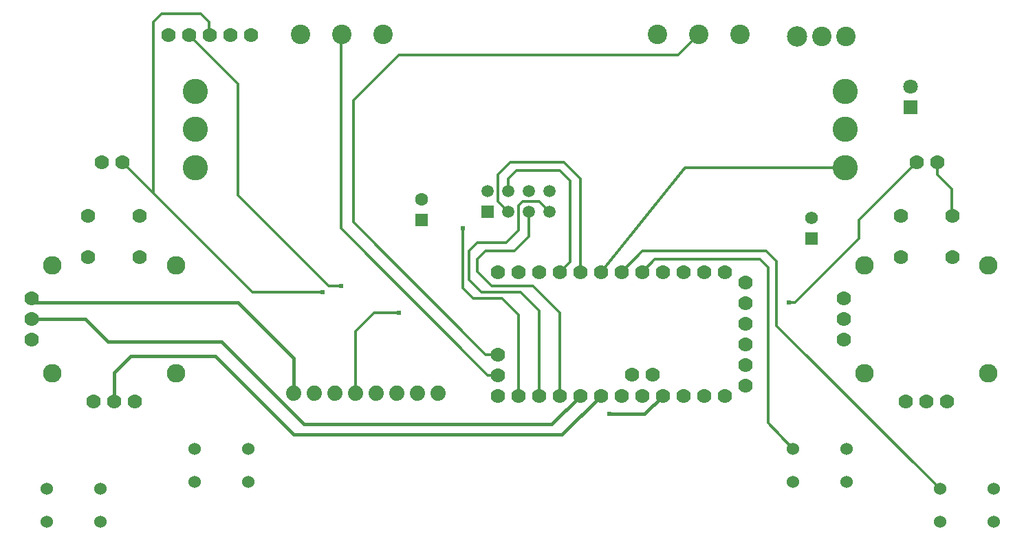
<source format=gbl>
G04 Layer: BottomLayer*
G04 EasyEDA v6.3.41, 2020-05-08T09:10:35+02:00*
G04 d89a9af8d5c5437eb0be35cb3310ab06,10*
G04 Gerber Generator version 0.2*
G04 Scale: 100 percent, Rotated: No, Reflected: No *
G04 Dimensions in millimeters *
G04 leading zeros omitted , absolute positions ,3 integer and 3 decimal *
%FSLAX33Y33*%
%MOMM*%
G90*
G71D02*

%ADD11C,0.299999*%
%ADD12C,0.399999*%
%ADD15C,0.619760*%
%ADD18C,1.778000*%
%ADD19C,1.569999*%
%ADD20R,1.569999X1.569999*%
%ADD21C,2.499995*%
%ADD22C,2.399995*%
%ADD23R,1.799996X1.799996*%
%ADD24C,1.799996*%
%ADD25C,1.524000*%
%ADD26C,2.286000*%
%ADD27R,1.498600X1.498600*%
%ADD28C,1.498600*%
%ADD29C,1.879600*%
%ADD30C,3.099994*%
%ADD31C,1.599997*%
%ADD32R,1.599997X1.599997*%

%LPD*%
G54D12*
G01X90749Y19558D02*
G01X95072Y19558D01*
G01X97353Y21838D01*
G01X51887Y22097D02*
G01X51887Y26416D01*
G01X45029Y33274D01*
G01X20148Y33274D01*
G01X19618Y33803D01*
G54D11*
G01X64841Y32004D02*
G01X61793Y32004D01*
G01X59507Y29718D01*
G01X59507Y22098D01*
G01X72715Y42418D02*
G01X72715Y35052D01*
G01X73985Y33782D01*
G01X77541Y33782D01*
G01X79573Y31750D01*
G01X79573Y21838D01*
G01X87193Y37078D02*
G01X87193Y48514D01*
G01X85161Y50546D01*
G01X78557Y50546D01*
G01X77033Y49022D01*
G01X77033Y45719D01*
G01X78303Y44449D01*
G01X78303Y46989D02*
G01X78303Y48514D01*
G01X79319Y49530D01*
G01X84653Y49530D01*
G01X85923Y48260D01*
G01X85923Y38348D01*
G01X84653Y37078D01*
G01X82113Y21838D02*
G01X82113Y32258D01*
G01X79827Y34544D01*
G01X75001Y34544D01*
G01X73477Y36068D01*
G01X73477Y39624D01*
G01X74493Y40640D01*
G01X78049Y40640D01*
G01X79573Y42164D01*
G01X79573Y45212D01*
G01X80081Y45720D01*
G01X82113Y45720D01*
G01X83383Y44450D01*
G01X80843Y44450D02*
G01X80843Y41402D01*
G01X79065Y39624D01*
G01X75509Y39624D01*
G01X74493Y38608D01*
G01X74493Y37084D01*
G01X76271Y35306D01*
G01X81351Y35306D01*
G01X84653Y32004D01*
G01X84653Y21838D01*
G01X77033Y26918D02*
G01X75514Y26918D01*
G01X59253Y43180D01*
G01X59253Y58166D01*
G01X64841Y63754D01*
G01X99218Y63754D01*
G01X101778Y66314D01*
G01X77033Y24378D02*
G01X75768Y24378D01*
G01X57729Y42418D01*
G01X57729Y66264D01*
G01X57778Y66314D01*
G01X131135Y50546D02*
G01X131135Y49022D01*
G01X132913Y47244D01*
G01X132913Y44003D01*
G01X132953Y43963D01*
G01X112847Y33274D02*
G01X113609Y33274D01*
G01X121483Y41148D01*
G01X121483Y43434D01*
G01X128595Y50546D01*
G01X34615Y46736D02*
G01X30805Y50546D01*
G01X57729Y35306D02*
G01X56205Y35306D01*
G01X45029Y46482D01*
G01X45029Y60243D01*
G01X39004Y66268D01*
G01X55443Y34544D02*
G01X46807Y34544D01*
G01X34615Y46736D01*
G01X34615Y67818D01*
G01X35631Y68834D01*
G01X40457Y68834D01*
G01X41473Y67818D01*
G01X41473Y66339D01*
G01X41544Y66268D01*
G54D12*
G01X89733Y21838D02*
G01X84907Y17018D01*
G01X51887Y17018D01*
G01X42235Y26670D01*
G01X31821Y26670D01*
G01X29789Y24638D01*
G01X29778Y21102D01*
G01X19618Y31262D02*
G01X26212Y31262D01*
G01X29027Y28448D01*
G01X42997Y28448D01*
G01X53157Y18288D01*
G01X83642Y18288D01*
G01X87193Y21838D01*
G54D11*
G01X94813Y37078D02*
G01X96337Y38608D01*
G01X109291Y38608D01*
G01X110307Y37592D01*
G01X110307Y18516D01*
G01X113355Y15240D01*
G01X131477Y10345D02*
G01X111323Y30474D01*
G01X111323Y38354D01*
G01X110053Y39624D01*
G01X94818Y39624D01*
G01X92273Y37078D01*
G01X119778Y49916D02*
G01X100030Y49916D01*
G01X89733Y37078D01*
G54D18*
G01X107513Y23108D03*
G01X107513Y25648D03*
G01X107513Y35808D03*
G01X107513Y33268D03*
G01X107513Y30728D03*
G01X107513Y28188D03*
G01X104973Y21838D03*
G01X102433Y21838D03*
G01X99893Y21838D03*
G01X97353Y21838D03*
G01X94813Y21838D03*
G01X92273Y21838D03*
G01X89733Y21838D03*
G01X87193Y21838D03*
G01X84653Y21838D03*
G01X82113Y21838D03*
G01X79573Y21838D03*
G01X77033Y21838D03*
G01X77033Y37078D03*
G01X79573Y37078D03*
G01X82113Y37078D03*
G01X84653Y37078D03*
G01X87193Y37078D03*
G01X89733Y37078D03*
G01X92273Y37078D03*
G01X94813Y37078D03*
G01X97353Y37078D03*
G01X99893Y37078D03*
G01X102433Y37078D03*
G01X104973Y37078D03*
G01X93543Y24384D03*
G01X96083Y24384D03*
G01X77033Y26918D03*
G01X77033Y24378D03*
G54D19*
G01X115641Y43688D03*
G54D20*
G01X115641Y41148D03*
G54D21*
G01X113863Y66045D03*
G54D22*
G01X119862Y66045D03*
G01X116863Y66045D03*
G54D18*
G01X36464Y66268D03*
G01X39004Y66268D03*
G01X41544Y66268D03*
G01X44084Y66268D03*
G01X46624Y66268D03*
G54D23*
G01X127833Y57388D03*
G54D24*
G01X127833Y59928D03*
G54D18*
G01X28265Y50546D03*
G01X30805Y50546D03*
G01X128595Y50546D03*
G01X131135Y50546D03*
G54D25*
G01X39695Y15240D03*
G01X39695Y11176D03*
G01X46299Y15240D03*
G01X46299Y11176D03*
G54D26*
G01X22158Y37918D03*
G01X37398Y37918D03*
G01X37398Y24608D03*
G01X22158Y24608D03*
G54D18*
G01X32318Y21103D03*
G01X29778Y21103D03*
G01X27238Y21103D03*
G01X19618Y31263D03*
G01X19618Y28723D03*
G01X19618Y33803D03*
G01X32953Y38883D03*
G01X26603Y38883D03*
G01X26603Y43963D03*
G01X32953Y43963D03*
G54D26*
G01X122158Y37918D03*
G01X137398Y37918D03*
G01X137398Y24608D03*
G01X122158Y24608D03*
G54D18*
G01X132318Y21103D03*
G01X129778Y21103D03*
G01X127238Y21103D03*
G01X119618Y31263D03*
G01X119618Y28723D03*
G01X119618Y33803D03*
G01X132953Y38883D03*
G01X126603Y38883D03*
G01X126603Y43963D03*
G01X132953Y43963D03*
G54D27*
G01X75763Y44450D03*
G54D28*
G01X78303Y44450D03*
G01X80843Y44450D03*
G01X83383Y44450D03*
G01X83383Y46990D03*
G01X80843Y46990D03*
G01X78303Y46990D03*
G01X75763Y46990D03*
G54D29*
G01X51887Y22098D03*
G01X54427Y22098D03*
G01X56967Y22098D03*
G01X59507Y22098D03*
G01X62047Y22098D03*
G01X64587Y22098D03*
G01X67127Y22098D03*
G01X69667Y22098D03*
G54D25*
G01X21476Y10346D03*
G01X21476Y6282D03*
G01X28080Y10346D03*
G01X28080Y6282D03*
G01X113355Y15240D03*
G01X113355Y11176D03*
G01X119959Y15240D03*
G01X119959Y11176D03*
G01X131476Y10346D03*
G01X131476Y6282D03*
G01X138080Y10346D03*
G01X138080Y6282D03*
G54D22*
G01X57778Y66314D03*
G01X62858Y66314D03*
G01X52698Y66314D03*
G01X101778Y66314D03*
G01X106858Y66314D03*
G01X96698Y66314D03*
G54D30*
G01X39778Y59314D03*
G01X39778Y54615D03*
G01X39778Y49916D03*
G01X119778Y59314D03*
G01X119778Y54615D03*
G01X119778Y49916D03*
G54D31*
G01X67635Y45974D03*
G54D32*
G01X67635Y43474D03*
G54D15*
G01X57729Y35306D03*
G01X90749Y19558D03*
G01X55443Y34544D03*
G01X112847Y33274D03*
G01X72715Y42418D03*
G01X64841Y32004D03*
M00*
M02*

</source>
